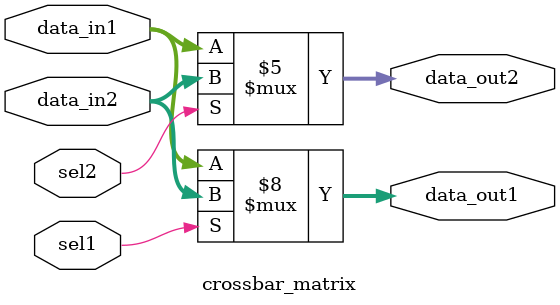
<source format=v>
module crossbar_matrix(
    input wire [7:0] data_in1,    // 8-bit data from Input Port 1
    input wire [7:0] data_in2,    // 8-bit data from Input Port 2
    input wire sel1,              // Select signal for Output 1 (0: Input 1, 1: Input 2)
    input wire sel2,              // Select signal for Output 2 (0: Input 1, 1: Input 2)
    output reg [7:0] data_out1,   // 8-bit data to Output Port 1
    output reg [7:0] data_out2    // 8-bit data to Output Port 2
);
    always @(*) begin
        // Output 1 selection
        if (sel1 == 0)
            data_out1 = data_in1;
        else
            data_out1 = data_in2;
        
        // Output 2 selection
        if (sel2 == 0)
            data_out2 = data_in1;
        else
            data_out2 = data_in2;
    end
endmodule

</source>
